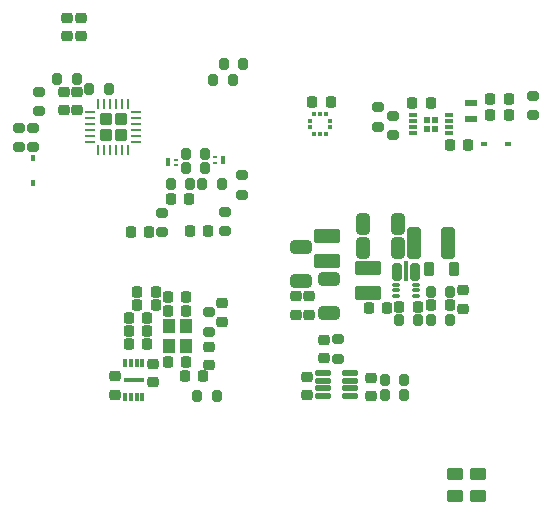
<source format=gbp>
G04 #@! TF.GenerationSoftware,KiCad,Pcbnew,(6.0.7)*
G04 #@! TF.CreationDate,2022-10-27T11:48:24+02:00*
G04 #@! TF.ProjectId,mainControl,6d61696e-436f-46e7-9472-6f6c2e6b6963,rev?*
G04 #@! TF.SameCoordinates,Original*
G04 #@! TF.FileFunction,Paste,Bot*
G04 #@! TF.FilePolarity,Positive*
%FSLAX46Y46*%
G04 Gerber Fmt 4.6, Leading zero omitted, Abs format (unit mm)*
G04 Created by KiCad (PCBNEW (6.0.7)) date 2022-10-27 11:48:24*
%MOMM*%
%LPD*%
G01*
G04 APERTURE LIST*
G04 Aperture macros list*
%AMRoundRect*
0 Rectangle with rounded corners*
0 $1 Rounding radius*
0 $2 $3 $4 $5 $6 $7 $8 $9 X,Y pos of 4 corners*
0 Add a 4 corners polygon primitive as box body*
4,1,4,$2,$3,$4,$5,$6,$7,$8,$9,$2,$3,0*
0 Add four circle primitives for the rounded corners*
1,1,$1+$1,$2,$3*
1,1,$1+$1,$4,$5*
1,1,$1+$1,$6,$7*
1,1,$1+$1,$8,$9*
0 Add four rect primitives between the rounded corners*
20,1,$1+$1,$2,$3,$4,$5,0*
20,1,$1+$1,$4,$5,$6,$7,0*
20,1,$1+$1,$6,$7,$8,$9,0*
20,1,$1+$1,$8,$9,$2,$3,0*%
G04 Aperture macros list end*
%ADD10RoundRect,0.225000X-0.225000X-0.250000X0.225000X-0.250000X0.225000X0.250000X-0.225000X0.250000X0*%
%ADD11RoundRect,0.218750X-0.256250X0.218750X-0.256250X-0.218750X0.256250X-0.218750X0.256250X0.218750X0*%
%ADD12RoundRect,0.225000X0.250000X-0.225000X0.250000X0.225000X-0.250000X0.225000X-0.250000X-0.225000X0*%
%ADD13RoundRect,0.200000X-0.275000X0.200000X-0.275000X-0.200000X0.275000X-0.200000X0.275000X0.200000X0*%
%ADD14RoundRect,0.200000X0.200000X0.275000X-0.200000X0.275000X-0.200000X-0.275000X0.200000X-0.275000X0*%
%ADD15RoundRect,0.200000X0.275000X-0.200000X0.275000X0.200000X-0.275000X0.200000X-0.275000X-0.200000X0*%
%ADD16RoundRect,0.200000X-0.200000X-0.275000X0.200000X-0.275000X0.200000X0.275000X-0.200000X0.275000X0*%
%ADD17RoundRect,0.250000X-0.325000X-1.100000X0.325000X-1.100000X0.325000X1.100000X-0.325000X1.100000X0*%
%ADD18RoundRect,0.225000X-0.250000X0.225000X-0.250000X-0.225000X0.250000X-0.225000X0.250000X0.225000X0*%
%ADD19RoundRect,0.225000X0.225000X0.250000X-0.225000X0.250000X-0.225000X-0.250000X0.225000X-0.250000X0*%
%ADD20R,0.400000X0.250000*%
%ADD21R,0.400000X0.700000*%
%ADD22R,0.500000X0.600000*%
%ADD23R,0.750000X0.300000*%
%ADD24RoundRect,0.250000X-0.275000X-0.275000X0.275000X-0.275000X0.275000X0.275000X-0.275000X0.275000X0*%
%ADD25RoundRect,0.062500X-0.350000X-0.062500X0.350000X-0.062500X0.350000X0.062500X-0.350000X0.062500X0*%
%ADD26RoundRect,0.062500X-0.062500X-0.350000X0.062500X-0.350000X0.062500X0.350000X-0.062500X0.350000X0*%
%ADD27RoundRect,0.250000X0.650000X-0.325000X0.650000X0.325000X-0.650000X0.325000X-0.650000X-0.325000X0*%
%ADD28R,1.000000X1.150000*%
%ADD29R,0.300000X0.750000*%
%ADD30R,1.700000X0.300000*%
%ADD31RoundRect,0.250000X0.450000X-0.262500X0.450000X0.262500X-0.450000X0.262500X-0.450000X-0.262500X0*%
%ADD32RoundRect,0.250000X0.325000X0.650000X-0.325000X0.650000X-0.325000X-0.650000X0.325000X-0.650000X0*%
%ADD33RoundRect,0.125000X-0.537500X-0.125000X0.537500X-0.125000X0.537500X0.125000X-0.537500X0.125000X0*%
%ADD34R,1.100000X0.600000*%
%ADD35RoundRect,0.250000X-0.850000X0.375000X-0.850000X-0.375000X0.850000X-0.375000X0.850000X0.375000X0*%
%ADD36RoundRect,0.250000X0.850000X-0.375000X0.850000X0.375000X-0.850000X0.375000X-0.850000X-0.375000X0*%
%ADD37RoundRect,0.200000X0.200000X0.525000X-0.200000X0.525000X-0.200000X-0.525000X0.200000X-0.525000X0*%
%ADD38RoundRect,0.075000X0.225000X0.075000X-0.225000X0.075000X-0.225000X-0.075000X0.225000X-0.075000X0*%
%ADD39RoundRect,0.075000X0.075000X0.787500X-0.075000X0.787500X-0.075000X-0.787500X0.075000X-0.787500X0*%
%ADD40R,0.330200X0.304800*%
%ADD41R,0.304800X0.330200*%
%ADD42RoundRect,0.218750X-0.218750X-0.381250X0.218750X-0.381250X0.218750X0.381250X-0.218750X0.381250X0*%
%ADD43R,0.600000X0.450000*%
%ADD44R,0.450000X0.600000*%
G04 APERTURE END LIST*
D10*
X86650000Y-163400000D03*
X88200000Y-163400000D03*
D11*
X97200000Y-156612500D03*
X97200000Y-158187500D03*
D12*
X89850000Y-158775000D03*
X89850000Y-157225000D03*
D13*
X116114286Y-139650000D03*
X116114286Y-141300000D03*
D14*
X90725000Y-138300000D03*
X89075000Y-138300000D03*
D13*
X84700000Y-149575000D03*
X84700000Y-151225000D03*
D10*
X85500000Y-148400000D03*
X87050000Y-148400000D03*
X81950000Y-159600000D03*
X83500000Y-159600000D03*
D12*
X97000000Y-164975000D03*
X97000000Y-163425000D03*
D15*
X88725000Y-159625000D03*
X88725000Y-157975000D03*
D16*
X86750000Y-145800000D03*
X88400000Y-145800000D03*
X107475000Y-156300000D03*
X109125000Y-156300000D03*
D17*
X106025000Y-152100000D03*
X108975000Y-152100000D03*
D10*
X81950000Y-160700000D03*
X83500000Y-160700000D03*
D12*
X76700000Y-134575000D03*
X76700000Y-133025000D03*
D10*
X105925000Y-140250000D03*
X107475000Y-140250000D03*
D14*
X89800000Y-147100000D03*
X88150000Y-147100000D03*
D18*
X83925000Y-162325000D03*
X83925000Y-163875000D03*
D13*
X74300000Y-139325000D03*
X74300000Y-140975000D03*
D11*
X96100000Y-156612500D03*
X96100000Y-158187500D03*
D14*
X91625000Y-137000000D03*
X89975000Y-137000000D03*
D12*
X76400000Y-140875000D03*
X76400000Y-139325000D03*
D19*
X86800000Y-156700000D03*
X85250000Y-156700000D03*
D10*
X85250000Y-162200000D03*
X86800000Y-162200000D03*
D20*
X89225000Y-145325000D03*
X89225000Y-144875000D03*
D21*
X89925000Y-145100000D03*
D19*
X83625000Y-151200000D03*
X82075000Y-151200000D03*
D16*
X103575000Y-164950000D03*
X105225000Y-164950000D03*
D22*
X107175000Y-141675000D03*
X107825000Y-142425000D03*
X107175000Y-142425000D03*
X107825000Y-141675000D03*
D23*
X109000000Y-141300000D03*
X109000000Y-141800000D03*
X109000000Y-142300000D03*
X109000000Y-142800000D03*
X106000000Y-142800000D03*
X106000000Y-142300000D03*
X106000000Y-141800000D03*
X106000000Y-141300000D03*
D24*
X79950000Y-142950000D03*
X81250000Y-142950000D03*
X79950000Y-141650000D03*
X81250000Y-141650000D03*
D25*
X78662500Y-143550000D03*
X78662500Y-143050000D03*
X78662500Y-142550000D03*
X78662500Y-142050000D03*
X78662500Y-141550000D03*
X78662500Y-141050000D03*
D26*
X79350000Y-140362500D03*
X79850000Y-140362500D03*
X80350000Y-140362500D03*
X80850000Y-140362500D03*
X81350000Y-140362500D03*
X81850000Y-140362500D03*
D25*
X82537500Y-141050000D03*
X82537500Y-141550000D03*
X82537500Y-142050000D03*
X82537500Y-142550000D03*
X82537500Y-143050000D03*
X82537500Y-143550000D03*
D26*
X81850000Y-144237500D03*
X81350000Y-144237500D03*
X80850000Y-144237500D03*
X80350000Y-144237500D03*
X79850000Y-144237500D03*
X79350000Y-144237500D03*
D19*
X88635000Y-151100000D03*
X87085000Y-151100000D03*
D10*
X112525000Y-141250000D03*
X114075000Y-141250000D03*
D27*
X96500000Y-155375000D03*
X96500000Y-152425000D03*
D10*
X82650000Y-157400000D03*
X84200000Y-157400000D03*
D18*
X80725000Y-163400000D03*
X80725000Y-164950000D03*
D16*
X107475000Y-158600000D03*
X109125000Y-158600000D03*
D28*
X85325000Y-160875000D03*
X85325000Y-159125000D03*
X86725000Y-159125000D03*
X86725000Y-160875000D03*
D10*
X82650000Y-156300000D03*
X84200000Y-156300000D03*
D13*
X99600000Y-160275000D03*
X99600000Y-161925000D03*
D29*
X83075000Y-165150000D03*
X82575000Y-165150000D03*
X82075000Y-165150000D03*
X81575000Y-165150000D03*
X81575000Y-162250000D03*
X82075000Y-162250000D03*
X82575000Y-162250000D03*
X83075000Y-162250000D03*
D30*
X82325000Y-163700000D03*
D15*
X72600000Y-144025000D03*
X72600000Y-142375000D03*
D31*
X111500000Y-173512500D03*
X111500000Y-171687500D03*
D12*
X77900000Y-134575000D03*
X77900000Y-133025000D03*
D10*
X112539286Y-139950000D03*
X114089286Y-139950000D03*
D32*
X104675000Y-150500000D03*
X101725000Y-150500000D03*
D33*
X98362500Y-165075000D03*
X98362500Y-164425000D03*
X98362500Y-163775000D03*
X98362500Y-163125000D03*
X100637500Y-163125000D03*
X100637500Y-163775000D03*
X100637500Y-164425000D03*
X100637500Y-165075000D03*
D34*
X110900000Y-141650000D03*
X110900000Y-140250000D03*
D16*
X87725000Y-165050000D03*
X89375000Y-165050000D03*
D10*
X81950000Y-158500000D03*
X83500000Y-158500000D03*
D35*
X98700000Y-151525000D03*
X98700000Y-153675000D03*
D36*
X102200000Y-156375000D03*
X102200000Y-154225000D03*
D12*
X102400000Y-165075000D03*
X102400000Y-163525000D03*
D16*
X104775000Y-158600000D03*
X106425000Y-158600000D03*
D15*
X91500000Y-148025000D03*
X91500000Y-146375000D03*
D16*
X85450000Y-147100000D03*
X87100000Y-147100000D03*
D37*
X106150000Y-154612500D03*
D38*
X106250000Y-155662500D03*
X106250000Y-156112500D03*
X106250000Y-156562500D03*
X104550000Y-156562500D03*
X104550000Y-156112500D03*
X104550000Y-155662500D03*
D37*
X104650000Y-154612500D03*
D39*
X105400000Y-154475000D03*
D19*
X86800000Y-157900000D03*
X85250000Y-157900000D03*
D40*
X98965801Y-141819037D03*
X98965801Y-142319163D03*
D41*
X98631026Y-142904001D03*
X98130900Y-142904001D03*
X97630774Y-142904001D03*
D40*
X97295999Y-142319163D03*
X97295999Y-141819037D03*
D41*
X97630774Y-141234199D03*
X98130900Y-141234199D03*
X98631026Y-141234199D03*
D18*
X88725000Y-160925000D03*
X88725000Y-162475000D03*
D19*
X99005000Y-140211467D03*
X97455000Y-140211467D03*
D16*
X75875000Y-138200000D03*
X77525000Y-138200000D03*
D10*
X102225000Y-157600000D03*
X103775000Y-157600000D03*
D19*
X106375000Y-157500000D03*
X104825000Y-157500000D03*
D32*
X104675000Y-152500000D03*
X101725000Y-152500000D03*
D42*
X107337500Y-154300000D03*
X109462500Y-154300000D03*
D15*
X103014286Y-142275000D03*
X103014286Y-140625000D03*
D12*
X77500000Y-140875000D03*
X77500000Y-139325000D03*
D16*
X103575000Y-163700000D03*
X105225000Y-163700000D03*
D43*
X111964286Y-143750000D03*
X114064286Y-143750000D03*
D44*
X73800000Y-147050000D03*
X73800000Y-144950000D03*
D15*
X104314286Y-142975000D03*
X104314286Y-141325000D03*
X73800000Y-144025000D03*
X73800000Y-142375000D03*
D12*
X110200000Y-157675000D03*
X110200000Y-156125000D03*
D31*
X109500000Y-173512500D03*
X109500000Y-171687500D03*
D18*
X98450000Y-160325000D03*
X98450000Y-161875000D03*
D19*
X109075000Y-157400000D03*
X107525000Y-157400000D03*
D27*
X98900000Y-158075000D03*
X98900000Y-155125000D03*
D20*
X85925000Y-145075000D03*
X85925000Y-145525000D03*
D21*
X85225000Y-145300000D03*
D14*
X80225000Y-139100000D03*
X78575000Y-139100000D03*
X88400000Y-144600000D03*
X86750000Y-144600000D03*
D13*
X90060000Y-149475000D03*
X90060000Y-151125000D03*
D19*
X110675000Y-143850000D03*
X109125000Y-143850000D03*
M02*

</source>
